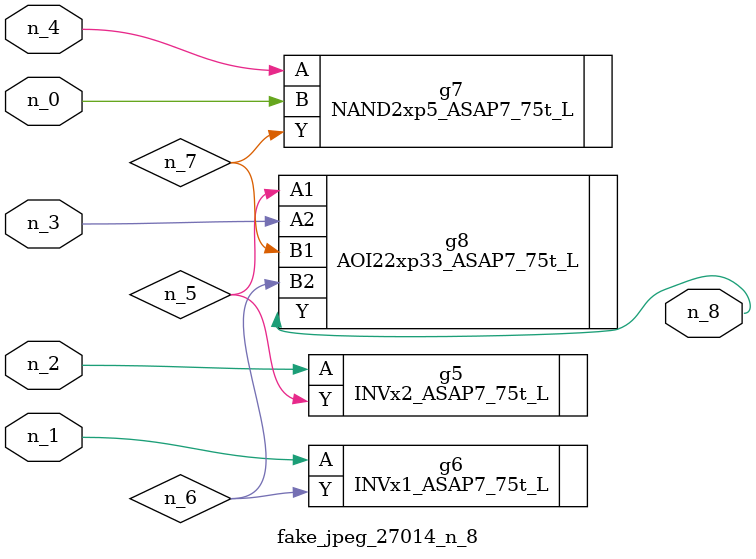
<source format=v>
module fake_jpeg_27014_n_8 (n_3, n_2, n_1, n_0, n_4, n_8);

input n_3;
input n_2;
input n_1;
input n_0;
input n_4;

output n_8;

wire n_6;
wire n_5;
wire n_7;

INVx2_ASAP7_75t_L g5 ( 
.A(n_2),
.Y(n_5)
);

INVx1_ASAP7_75t_L g6 ( 
.A(n_1),
.Y(n_6)
);

NAND2xp5_ASAP7_75t_L g7 ( 
.A(n_4),
.B(n_0),
.Y(n_7)
);

AOI22xp33_ASAP7_75t_L g8 ( 
.A1(n_5),
.A2(n_3),
.B1(n_7),
.B2(n_6),
.Y(n_8)
);


endmodule
</source>
